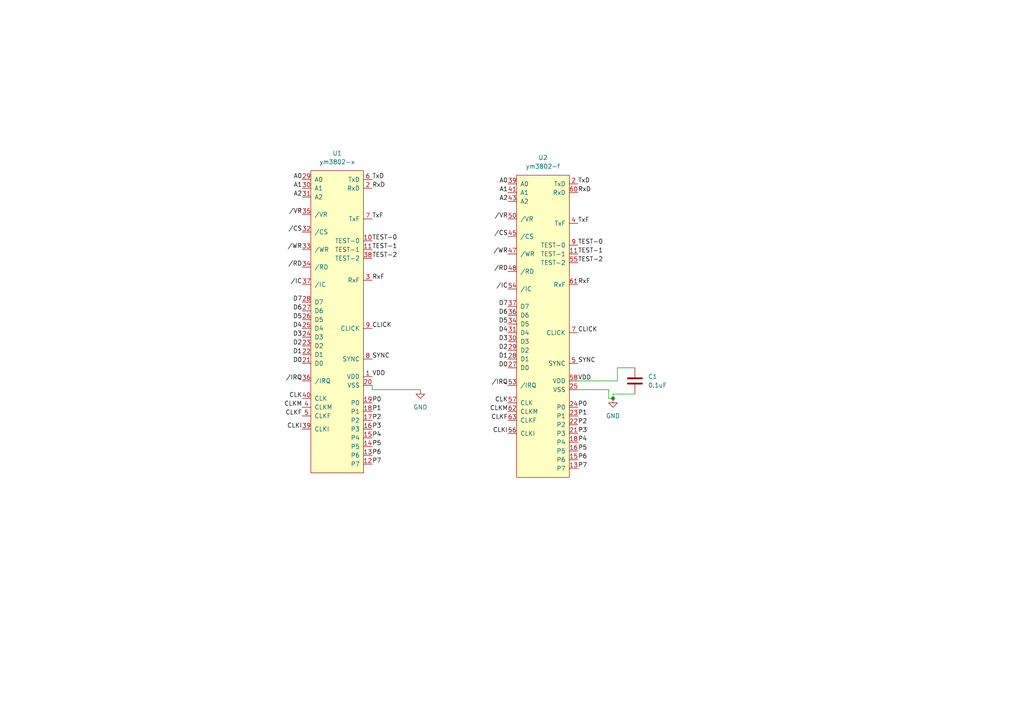
<source format=kicad_sch>
(kicad_sch (version 20231120) (generator "eeschema") (generator_version "8.0")
  (paper "A4")
  (lib_symbols
    (symbol "Device:C" (pin_numbers hide) (pin_names (offset 0.254))
      (property "Reference" "C" (at 0.635 2.54 0))
      (property "Value" "C" (at 0.635 -2.54 0))
      (symbol "C_0_1"
        (polyline (pts (xy -2.032 -0.762) (xy 2.032 -0.762)) (stroke (width 0.508)))
        (polyline (pts (xy -2.032 0.762) (xy 2.032 0.762)) (stroke (width 0.508)))
      )
      (symbol "C_1_1"
        (pin passive line (at 0 3.81 270) (length 2.794) (name "~") (number "1"))
        (pin passive line (at 0 -3.81 90) (length 2.794) (name "~") (number "2"))
      )
    )
    (symbol "YM3802-F:ym3802-f" (pin_names (offset 1.016))
      (property "Reference" "U" (at 7.62 3.81 0))
      (property "Value" "ym3802-f" (at 7.62 1.27 0))
      (symbol "ym3802-f_0_1"
        (rectangle (start 0 0) (end 15.24 -87.63) (fill (type background)))
      )
      (symbol "ym3802-f_1_1"
        (pin input line (at 17.78 -22.86 180) (length 2.54) (name "TEST-1") (number "11"))
        (pin bidirectional line (at 17.78 -85.09 180) (length 2.54) (name "P7") (number "13"))
        (pin bidirectional line (at 17.78 -82.55 180) (length 2.54) (name "P6") (number "15"))
        (pin bidirectional line (at 17.78 -80.01 180) (length 2.54) (name "P5") (number "16"))
        (pin bidirectional line (at 17.78 -77.47 180) (length 2.54) (name "P4") (number "18"))
        (pin output line (at 17.78 -2.54 180) (length 2.54) (name "TxD") (number "2"))
        (pin bidirectional line (at 17.78 -74.93 180) (length 2.54) (name "P3") (number "21"))
        (pin bidirectional line (at 17.78 -72.39 180) (length 2.54) (name "P2") (number "22"))
        (pin bidirectional line (at 17.78 -69.85 180) (length 2.54) (name "P1") (number "23"))
        (pin bidirectional line (at 17.78 -67.31 180) (length 2.54) (name "P0") (number "24"))
        (pin input line (at 17.78 -62.23 180) (length 2.54) (name "VSS") (number "25"))
        (pin input line (at -2.54 -55.88 0) (length 2.54) (name "D0") (number "27"))
        (pin input line (at -2.54 -53.34 0) (length 2.54) (name "D1") (number "28"))
        (pin input line (at -2.54 -50.8 0) (length 2.54) (name "D2") (number "29"))
        (pin input line (at -2.54 -48.26 0) (length 2.54) (name "D3") (number "30"))
        (pin input line (at -2.54 -45.72 0) (length 2.54) (name "D4") (number "31"))
        (pin input line (at -2.54 -43.18 0) (length 2.54) (name "D5") (number "34"))
        (pin input line (at -2.54 -40.64 0) (length 2.54) (name "D6") (number "36"))
        (pin input line (at -2.54 -38.1 0) (length 2.54) (name "D7") (number "37"))
        (pin input line (at -2.54 -2.54 0) (length 2.54) (name "A0") (number "39"))
        (pin output line (at 17.78 -13.97 180) (length 2.54) (name "TxF") (number "4"))
        (pin input line (at -2.54 -5.08 0) (length 2.54) (name "A1") (number "41"))
        (pin input line (at -2.54 -7.62 0) (length 2.54) (name "A2") (number "43"))
        (pin input line (at -2.54 -17.78 0) (length 2.54) (name "/CS") (number "45"))
        (pin input line (at -2.54 -22.86 0) (length 2.54) (name "/WR") (number "47"))
        (pin input line (at -2.54 -27.94 0) (length 2.54) (name "/RD") (number "48"))
        (pin output line (at 17.78 -54.61 180) (length 2.54) (name "SYNC") (number "5"))
        (pin input line (at -2.54 -12.7 0) (length 2.54) (name "/VR") (number "50"))
        (pin output line (at -2.54 -60.96 0) (length 2.54) (name "/IRQ") (number "53"))
        (pin input line (at -2.54 -33.02 0) (length 2.54) (name "/IC") (number "54"))
        (pin input line (at 17.78 -25.4 180) (length 2.54) (name "TEST-2") (number "55"))
        (pin output line (at -2.54 -74.93 0) (length 2.54) (name "CLKI") (number "56"))
        (pin input line (at -2.54 -66.04 0) (length 2.54) (name "CLK") (number "57"))
        (pin input line (at 17.78 -59.69 180) (length 2.54) (name "VDD") (number "58"))
        (pin input line (at 17.78 -5.08 180) (length 2.54) (name "RxD") (number "60"))
        (pin input line (at 17.78 -31.75 180) (length 2.54) (name "RxF") (number "61"))
        (pin input line (at -2.54 -68.58 0) (length 2.54) (name "CLKM") (number "62"))
        (pin input line (at -2.54 -71.12 0) (length 2.54) (name "CLKF") (number "63"))
        (pin output line (at 17.78 -45.72 180) (length 2.54) (name "CLICK") (number "7"))
        (pin input line (at 17.78 -20.32 180) (length 2.54) (name "TEST-0") (number "9"))
      )
    )
    (symbol "YM3802-F:ym3802-x" (pin_names (offset 1.016))
      (property "Reference" "U" (at 7.62 3.81 0))
      (property "Value" "ym3802-x" (at 7.62 1.27 0))
      (symbol "ym3802-x_0_1"
        (rectangle (start 0 0) (end 15.24 -87.63) (fill (type background)))
      )
      (symbol "ym3802-x_1_1"
        (pin input line (at 17.78 -59.69 180) (length 2.54) (name "VDD") (number "1"))
        (pin input line (at 17.78 -20.32 180) (length 2.54) (name "TEST-0") (number "10"))
        (pin input line (at 17.78 -22.86 180) (length 2.54) (name "TEST-1") (number "11"))
        (pin bidirectional line (at 17.78 -85.09 180) (length 2.54) (name "P7") (number "12"))
        (pin bidirectional line (at 17.78 -82.55 180) (length 2.54) (name "P6") (number "13"))
        (pin bidirectional line (at 17.78 -80.01 180) (length 2.54) (name "P5") (number "14"))
        (pin bidirectional line (at 17.78 -77.47 180) (length 2.54) (name "P4") (number "15"))
        (pin bidirectional line (at 17.78 -74.93 180) (length 2.54) (name "P3") (number "16"))
        (pin bidirectional line (at 17.78 -72.39 180) (length 2.54) (name "P2") (number "17"))
        (pin bidirectional line (at 17.78 -69.85 180) (length 2.54) (name "P1") (number "18"))
        (pin bidirectional line (at 17.78 -67.31 180) (length 2.54) (name "P0") (number "19"))
        (pin input line (at 17.78 -5.08 180) (length 2.54) (name "RxD") (number "2"))
        (pin input line (at 17.78 -62.23 180) (length 2.54) (name "VSS") (number "20"))
        (pin input line (at -2.54 -55.88 0) (length 2.54) (name "D0") (number "21"))
        (pin input line (at -2.54 -53.34 0) (length 2.54) (name "D1") (number "22"))
        (pin input line (at -2.54 -50.8 0) (length 2.54) (name "D2") (number "23"))
        (pin input line (at -2.54 -48.26 0) (length 2.54) (name "D3") (number "24"))
        (pin input line (at -2.54 -45.72 0) (length 2.54) (name "D4") (number "25"))
        (pin input line (at -2.54 -43.18 0) (length 2.54) (name "D5") (number "26"))
        (pin input line (at -2.54 -40.64 0) (length 2.54) (name "D6") (number "27"))
        (pin input line (at -2.54 -38.1 0) (length 2.54) (name "D7") (number "28"))
        (pin input line (at -2.54 -2.54 0) (length 2.54) (name "A0") (number "29"))
        (pin input line (at 17.78 -31.75 180) (length 2.54) (name "RxF") (number "3"))
        (pin input line (at -2.54 -5.08 0) (length 2.54) (name "A1") (number "30"))
        (pin input line (at -2.54 -7.62 0) (length 2.54) (name "A2") (number "31"))
        (pin input line (at -2.54 -17.78 0) (length 2.54) (name "/CS") (number "32"))
        (pin input line (at -2.54 -22.86 0) (length 2.54) (name "/WR") (number "33"))
        (pin input line (at -2.54 -27.94 0) (length 2.54) (name "/RD") (number "34"))
        (pin input line (at -2.54 -12.7 0) (length 2.54) (name "/VR") (number "35"))
        (pin output line (at -2.54 -60.96 0) (length 2.54) (name "/IRQ") (number "36"))
        (pin input line (at -2.54 -33.02 0) (length 2.54) (name "/IC") (number "37"))
        (pin input line (at 17.78 -25.4 180) (length 2.54) (name "TEST-2") (number "38"))
        (pin output line (at -2.54 -74.93 0) (length 2.54) (name "CLKI") (number "39"))
        (pin input line (at -2.54 -68.58 0) (length 2.54) (name "CLKM") (number "4"))
        (pin input line (at -2.54 -66.04 0) (length 2.54) (name "CLK") (number "40"))
        (pin input line (at -2.54 -71.12 0) (length 2.54) (name "CLKF") (number "5"))
        (pin output line (at 17.78 -2.54 180) (length 2.54) (name "TxD") (number "6"))
        (pin output line (at 17.78 -13.97 180) (length 2.54) (name "TxF") (number "7"))
        (pin output line (at 17.78 -54.61 180) (length 2.54) (name "SYNC") (number "8"))
        (pin output line (at 17.78 -45.72 180) (length 2.54) (name "CLICK") (number "9"))
      )
    )
    (symbol "power:GND" (power) (pin_numbers hide) (pin_names (offset 0) hide)
      (property "Value" "GND" (at 0 -3.81 0))
      (symbol "GND_0_1"
        (polyline (pts (xy 0 0) (xy 0 -1.27) (xy 1.27 -1.27) (xy 0 -2.54) (xy -1.27 -1.27) (xy 0 -1.27)))
      )
      (symbol "GND_1_1"
        (pin power_in line (at 0 0 270) (length 0) (name "~") (number "1"))
      )
    )
  )
  (junction (at 177.8 115.57))
  (wire (pts (xy 107.95 113.03) (xy 107.95 111.76)))
  (wire (pts (xy 179.07 110.49) (xy 179.07 106.68)))
  (wire (pts (xy 184.15 114.3) (xy 177.8 114.3)))
  (wire (pts (xy 176.53 115.57) (xy 177.8 115.57)))
  (wire (pts (xy 177.8 114.3) (xy 177.8 115.57)))
  (wire (pts (xy 121.92 113.03) (xy 107.95 113.03)))
  (wire (pts (xy 179.07 106.68) (xy 184.15 106.68)))
  (wire (pts (xy 176.53 113.03) (xy 167.64 113.03)))
  (wire (pts (xy 167.64 110.49) (xy 179.07 110.49)))
  (wire (pts (xy 176.53 115.57) (xy 176.53 113.03)))
  (label "{slash}CS" (at 147.32 68.58 180))
  (label "A0" (at 87.63 52.07 180))
  (label "P2" (at 167.64 123.19 0))
  (label "D6" (at 87.63 90.17 180))
  (label "{slash}VR" (at 87.63 62.23 180))
  (label "CLICK" (at 107.95 95.25 0))
  (label "TEST-0" (at 107.95 69.85 0))
  (label "D2" (at 147.32 101.6 180))
  (label "{slash}IC" (at 87.63 82.55 180))
  (label "D1" (at 87.63 102.87 180))
  (label "D5" (at 87.63 92.71 180))
  (label "D7" (at 147.32 88.9 180))
  (label "P1" (at 167.64 120.65 0))
  (label "CLKF" (at 87.63 120.65 180))
  (label "TEST-2" (at 167.64 76.2 0))
  (label "{slash}RD" (at 87.63 77.47 180))
  (label "P4" (at 167.64 128.27 0))
  (label "D3" (at 87.63 97.79 180))
  (label "A0" (at 147.32 53.34 180))
  (label "P3" (at 107.95 124.46 0))
  (label "RxF" (at 107.95 81.28 0))
  (label "D4" (at 147.32 96.52 180))
  (label "{slash}WR" (at 147.32 73.66 180))
  (label "CLICK" (at 167.64 96.52 0))
  (label "P5" (at 107.95 129.54 0))
  (label "D6" (at 147.32 91.44 180))
  (label "VDD" (at 107.95 109.22 0))
  (label "P6" (at 107.95 132.08 0))
  (label "RxD" (at 107.95 54.61 0))
  (label "TxF" (at 167.64 64.77 0))
  (label "TxD" (at 167.64 53.34 0))
  (label "A2" (at 147.32 58.42 180))
  (label "CLKM" (at 87.63 118.11 180))
  (label "CLK" (at 147.32 116.84 180))
  (label "D1" (at 147.32 104.14 180))
  (label "CLKI" (at 87.63 124.46 180))
  (label "A2" (at 87.63 57.15 180))
  (label "{slash}IRQ" (at 87.63 110.49 180))
  (label "{slash}IC" (at 147.32 83.82 180))
  (label "{slash}RD" (at 147.32 78.74 180))
  (label "RxF" (at 167.64 82.55 0))
  (label "D2" (at 87.63 100.33 180))
  (label "D0" (at 147.32 106.68 180))
  (label "SYNC" (at 107.95 104.14 0))
  (label "{slash}CS" (at 87.63 67.31 180))
  (label "D3" (at 147.32 99.06 180))
  (label "D4" (at 87.63 95.25 180))
  (label "CLKI" (at 147.32 125.73 180))
  (label "CLKM" (at 147.32 119.38 180))
  (label "P5" (at 167.64 130.81 0))
  (label "D7" (at 87.63 87.63 180))
  (label "A1" (at 87.63 54.61 180))
  (label "D5" (at 147.32 93.98 180))
  (label "TEST-1" (at 107.95 72.39 0))
  (label "P7" (at 167.64 135.89 0))
  (label "P0" (at 107.95 116.84 0))
  (label "P6" (at 167.64 133.35 0))
  (label "VDD" (at 167.64 110.49 0))
  (label "P0" (at 167.64 118.11 0))
  (label "P4" (at 107.95 127 0))
  (label "{slash}VR" (at 147.32 63.5 180))
  (label "CLK" (at 87.63 115.57 180))
  (label "RxD" (at 167.64 55.88 0))
  (label "TxF" (at 107.95 63.5 0))
  (label "A1" (at 147.32 55.88 180))
  (label "P1" (at 107.95 119.38 0))
  (label "P2" (at 107.95 121.92 0))
  (label "{slash}IRQ" (at 147.32 111.76 180))
  (label "SYNC" (at 167.64 105.41 0))
  (label "P7" (at 107.95 134.62 0))
  (label "{slash}WR" (at 87.63 72.39 180))
  (label "CLKF" (at 147.32 121.92 180))
  (label "TEST-2" (at 107.95 74.93 0))
  (label "TEST-1" (at 167.64 73.66 0))
  (label "P3" (at 167.64 125.73 0))
  (label "TEST-0" (at 167.64 71.12 0))
  (label "TxD" (at 107.95 52.07 0))
  (label "D0" (at 87.63 105.41 180))
  (symbol (lib_id "YM3802-F:ym3802-x") (at 90.17 49.53 0) (unit 1)
    (property "Reference" "U1" (at 97.79 44.45 0))
    (property "Value" "ym3802-x" (at 97.79 46.99 0))
    (property "Footprint" "ym3802:preci-dip-150-10-640-00-106161_2x20_P2.54mm_Vertical_SMD" (effects (hide yes)))
  )
  (symbol (lib_id "power:GND") (at 121.92 113.03 0) (unit 1)
    (property "Reference" "#PWR01" (effects (hide yes)))
    (property "Value" "GND" (at 121.92 118.11 0))
    (property "Description" "Power symbol creates a global label with name \"GND\" , ground" (effects (hide yes)))
  )
  (symbol (lib_id "power:GND") (at 177.8 115.57 0) (unit 1)
    (property "Reference" "#PWR02" (effects (hide yes)))
    (property "Value" "GND" (at 177.8 120.65 0))
    (property "Description" "Power symbol creates a global label with name \"GND\" , ground" (effects (hide yes)))
  )
  (symbol (lib_id "Device:C") (at 184.15 110.49 0) (unit 1)
    (property "Reference" "C1" (at 187.96 109.2199 0) (effects (justify left)))
    (property "Value" "0.1uF" (at 187.96 111.7599 0) (effects (justify left)))
    (property "Footprint" "Capacitor_SMD:C_0805_2012Metric_Pad1.18x1.45mm_HandSolder" (effects (hide yes)))
    (property "Description" "Unpolarized capacitor" (effects (hide yes)))
  )
  (symbol (lib_id "YM3802-F:ym3802-f") (at 149.86 50.8 0) (unit 1)
    (property "Reference" "U2" (at 157.48 45.72 0))
    (property "Value" "ym3802-f" (at 157.48 48.26 0))
    (property "Footprint" "ym3802:YM3802-F" (effects (hide yes)))
  )
)
</source>
